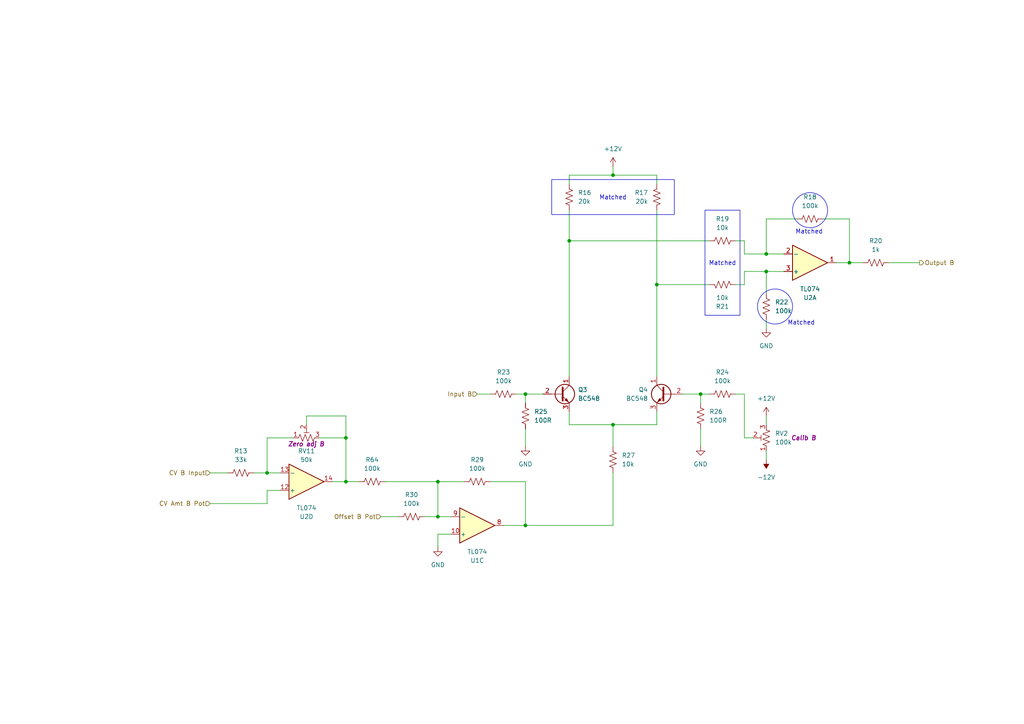
<source format=kicad_sch>
(kicad_sch (version 20250114) (generator "eeschema") (generator_version "9.0")
  (paper "A4")
  (title_block (company "DMH Instruments") (comment 1 "PCB for 5 cm Kosmo format synthesizer module"))
  (lib_symbols
    (symbol "Amplifier_Operational:TL074" (pin_names (offset 0.127))
      (property "Reference" "U" (at 0 5.08 0))
      (property "Value" "TL074" (at 0 -5.08 0))
      (symbol "TL074_1_1"
        (polyline (pts (xy -5.08 5.08) (xy 5.08 0) (xy -5.08 -5.08) (xy -5.08 5.08)) (stroke (width 0.254)) (fill (type background)))
        (pin input line (at -7.62 2.54 0) (length 2.54) (name "+") (number "3"))
        (pin input line (at -7.62 -2.54 0) (length 2.54) (name "-") (number "2"))
        (pin output line (at 7.62 0 180) (length 2.54) (name "~") (number "1"))
      )
      (symbol "TL074_2_1"
        (polyline (pts (xy -5.08 5.08) (xy 5.08 0) (xy -5.08 -5.08) (xy -5.08 5.08)) (stroke (width 0.254)) (fill (type background)))
        (pin input line (at -7.62 2.54 0) (length 2.54) (name "+") (number "5"))
        (pin input line (at -7.62 -2.54 0) (length 2.54) (name "-") (number "6"))
        (pin output line (at 7.62 0 180) (length 2.54) (name "~") (number "7"))
      )
      (symbol "TL074_3_1"
        (polyline (pts (xy -5.08 5.08) (xy 5.08 0) (xy -5.08 -5.08) (xy -5.08 5.08)) (stroke (width 0.254)) (fill (type background)))
        (pin input line (at -7.62 2.54 0) (length 2.54) (name "+") (number "10"))
        (pin input line (at -7.62 -2.54 0) (length 2.54) (name "-") (number "9"))
        (pin output line (at 7.62 0 180) (length 2.54) (name "~") (number "8"))
      )
      (symbol "TL074_4_1"
        (polyline (pts (xy -5.08 5.08) (xy 5.08 0) (xy -5.08 -5.08) (xy -5.08 5.08)) (stroke (width 0.254)) (fill (type background)))
        (pin input line (at -7.62 2.54 0) (length 2.54) (name "+") (number "12"))
        (pin input line (at -7.62 -2.54 0) (length 2.54) (name "-") (number "13"))
        (pin output line (at 7.62 0 180) (length 2.54) (name "~") (number "14"))
      )
      (symbol "TL074_5_1"
        (pin power_in line (at -2.54 7.62 270) (length 3.81) (name "V+") (number "4"))
        (pin power_in line (at -2.54 -7.62 90) (length 3.81) (name "V-") (number "11"))
      )
    )
    (symbol "Device:R_Potentiometer_Trim_US" (pin_names (offset 1.016) (hide yes))
      (property "Reference" "RV" (at -4.445 0 90))
      (property "Value" "R_Potentiometer_Trim_US" (at -2.54 0 90))
      (symbol "R_Potentiometer_Trim_US_0_1"
        (polyline (pts (xy 0 2.286) (xy 0 2.54)))
        (polyline (pts (xy 0 2.286) (xy 1.016 1.905) (xy 0 1.524) (xy -1.016 1.143) (xy 0 0.762)))
        (polyline (pts (xy 0 0.762) (xy 1.016 0.381) (xy 0 0) (xy -1.016 -0.381) (xy 0 -0.762)))
        (polyline (pts (xy 0 -0.762) (xy 1.016 -1.143) (xy 0 -1.524) (xy -1.016 -1.905) (xy 0 -2.286)))
        (polyline (pts (xy 0 -2.286) (xy 0 -2.54)))
        (polyline (pts (xy 1.524 0.762) (xy 1.524 -0.762)))
        (polyline (pts (xy 2.54 0) (xy 1.524 0)))
      )
      (symbol "R_Potentiometer_Trim_US_1_1"
        (pin passive line (at 0 3.81 270) (length 1.27) (name "1") (number "1"))
        (pin passive line (at 0 -3.81 90) (length 1.27) (name "3") (number "3"))
        (pin passive line (at 3.81 0 180) (length 1.27) (name "2") (number "2"))
      )
    )
    (symbol "Device:R_US" (pin_numbers (hide yes)) (pin_names (offset 0))
      (property "Reference" "R" (at 2.54 0 90))
      (property "Value" "R_US" (at -2.54 0 90))
      (symbol "R_US_0_1"
        (polyline (pts (xy 0 2.286) (xy 0 2.54)))
        (polyline (pts (xy 0 2.286) (xy 1.016 1.905) (xy 0 1.524) (xy -1.016 1.143) (xy 0 0.762)))
        (polyline (pts (xy 0 0.762) (xy 1.016 0.381) (xy 0 0) (xy -1.016 -0.381) (xy 0 -0.762)))
        (polyline (pts (xy 0 -0.762) (xy 1.016 -1.143) (xy 0 -1.524) (xy -1.016 -1.905) (xy 0 -2.286)))
        (polyline (pts (xy 0 -2.286) (xy 0 -2.54)))
      )
      (symbol "R_US_1_1"
        (pin passive line (at 0 3.81 270) (length 1.27) (name "~") (number "1"))
        (pin passive line (at 0 -3.81 90) (length 1.27) (name "~") (number "2"))
      )
    )
    (symbol "Transistor_BJT:BC548" (pin_names (offset 0) (hide yes))
      (property "Reference" "Q" (at 5.08 1.905 0))
      (property "Value" "BC548" (at 5.08 0 0))
      (symbol "BC548_0_1"
        (polyline (pts (xy -2.54 0) (xy 0.635 0)))
        (polyline (pts (xy 0.635 1.905) (xy 0.635 -1.905)) (stroke (width 0.508)))
        (circle (center 1.27 0) (radius 2.8194) (stroke (width 0.254)))
      )
      (symbol "BC548_1_1"
        (polyline (pts (xy 0.635 0.635) (xy 2.54 2.54)))
        (polyline (pts (xy 0.635 -0.635) (xy 2.54 -2.54)))
        (polyline (pts (xy 1.27 -1.778) (xy 1.778 -1.27) (xy 2.286 -2.286) (xy 1.27 -1.778)) (fill (type outline)))
        (pin input line (at -5.08 0 0) (length 2.54) (name "B") (number "2"))
        (pin passive line (at 2.54 5.08 270) (length 2.54) (name "C") (number "1"))
        (pin passive line (at 2.54 -5.08 90) (length 2.54) (name "E") (number "3"))
      )
    )
    (symbol "power:+12V" (power) (pin_numbers (hide yes)) (pin_names (offset 0) (hide yes))
      (property "Value" "+12V" (at 0 3.556 0))
      (symbol "+12V_0_1"
        (polyline (pts (xy -0.762 1.27) (xy 0 2.54)))
        (polyline (pts (xy 0 2.54) (xy 0.762 1.27)))
        (polyline (pts (xy 0 0) (xy 0 2.54)))
      )
      (symbol "+12V_1_1"
        (pin power_in line (at 0 0 90) (length 0) (name "~") (number "1"))
      )
    )
    (symbol "power:-12V" (power) (pin_numbers (hide yes)) (pin_names (offset 0) (hide yes))
      (property "Value" "-12V" (at 0 3.556 0))
      (symbol "-12V_0_0"
        (pin power_in line (at 0 0 90) (length 0) (name "~") (number "1"))
      )
      (symbol "-12V_0_1"
        (polyline (pts (xy 0 0) (xy 0 1.27) (xy 0.762 1.27) (xy 0 2.54) (xy -0.762 1.27) (xy 0 1.27)) (fill (type outline)))
      )
    )
    (symbol "power:GND" (power) (pin_numbers (hide yes)) (pin_names (offset 0) (hide yes))
      (property "Value" "GND" (at 0 -3.81 0))
      (symbol "GND_0_1"
        (polyline (pts (xy 0 0) (xy 0 -1.27) (xy 1.27 -1.27) (xy 0 -2.54) (xy -1.27 -1.27) (xy 0 -1.27)))
      )
      (symbol "GND_1_1"
        (pin power_in line (at 0 0 270) (length 0) (name "~") (number "1"))
      )
    )
  )
  (rectangle (start 204.47 60.96) (end 214.63 91.44))
  (circle (center 224.79 88.9) (radius 5.08))
  (circle (center 234.95 60.96) (radius 5.08))
  (rectangle (start 160.02 52.07) (end 195.58 62.23))
  (text "Matched" (at 232.41 93.726 0) (effects (font (size 1.27 1.27))))
  (text "Matched" (at 234.696 67.31 0) (effects (font (size 1.27 1.27))))
  (text "Matched" (at 177.8 57.404 0) (effects (font (size 1.27 1.27))))
  (text "Matched" (at 209.55 76.454 0) (effects (font (size 1.27 1.27))))
  (junction (at 152.4 114.3))
  (junction (at 100.33 127))
  (junction (at 177.8 123.19))
  (junction (at 246.38 76.2))
  (junction (at 165.1 69.85))
  (junction (at 100.33 139.7))
  (junction (at 152.4 152.4))
  (junction (at 177.8 50.8))
  (junction (at 222.25 73.66))
  (junction (at 127 149.86))
  (junction (at 77.47 137.16))
  (junction (at 222.25 78.74))
  (junction (at 127 139.7))
  (junction (at 190.5 82.55))
  (junction (at 203.2 114.3))
  (wire (pts (xy 60.96 146.05) (xy 77.47 146.05)))
  (wire (pts (xy 190.5 60.96) (xy 190.5 82.55)))
  (wire (pts (xy 77.47 127) (xy 77.47 137.16)))
  (wire (pts (xy 77.47 146.05) (xy 77.47 142.24)))
  (wire (pts (xy 215.9 78.74) (xy 222.25 78.74)))
  (wire (pts (xy 213.36 114.3) (xy 215.9 114.3)))
  (wire (pts (xy 88.9 120.65) (xy 100.33 120.65)))
  (wire (pts (xy 213.36 82.55) (xy 215.9 82.55)))
  (wire (pts (xy 100.33 139.7) (xy 96.52 139.7)))
  (wire (pts (xy 177.8 50.8) (xy 177.8 48.26)))
  (wire (pts (xy 190.5 123.19) (xy 177.8 123.19)))
  (wire (pts (xy 146.05 152.4) (xy 152.4 152.4)))
  (wire (pts (xy 177.8 123.19) (xy 177.8 129.54)))
  (wire (pts (xy 215.9 73.66) (xy 222.25 73.66)))
  (wire (pts (xy 92.71 127) (xy 100.33 127)))
  (wire (pts (xy 60.96 137.16) (xy 66.04 137.16)))
  (wire (pts (xy 222.25 92.71) (xy 222.25 95.25)))
  (wire (pts (xy 152.4 139.7) (xy 152.4 152.4)))
  (wire (pts (xy 222.25 78.74) (xy 227.33 78.74)))
  (wire (pts (xy 190.5 50.8) (xy 177.8 50.8)))
  (wire (pts (xy 246.38 63.5) (xy 246.38 76.2)))
  (wire (pts (xy 110.49 149.86) (xy 115.57 149.86)))
  (wire (pts (xy 190.5 53.34) (xy 190.5 50.8)))
  (wire (pts (xy 203.2 114.3) (xy 205.74 114.3)))
  (wire (pts (xy 222.25 73.66) (xy 227.33 73.66)))
  (wire (pts (xy 215.9 127) (xy 218.44 127)))
  (wire (pts (xy 134.62 139.7) (xy 127 139.7)))
  (wire (pts (xy 246.38 76.2) (xy 250.19 76.2)))
  (wire (pts (xy 190.5 82.55) (xy 190.5 109.22)))
  (wire (pts (xy 127 149.86) (xy 130.81 149.86)))
  (wire (pts (xy 111.76 139.7) (xy 127 139.7)))
  (wire (pts (xy 127 139.7) (xy 127 149.86)))
  (wire (pts (xy 222.25 130.81) (xy 222.25 133.35)))
  (wire (pts (xy 152.4 152.4) (xy 177.8 152.4)))
  (wire (pts (xy 73.66 137.16) (xy 77.47 137.16)))
  (wire (pts (xy 203.2 114.3) (xy 203.2 116.84)))
  (wire (pts (xy 165.1 53.34) (xy 165.1 50.8)))
  (wire (pts (xy 77.47 127) (xy 85.09 127)))
  (wire (pts (xy 100.33 139.7) (xy 104.14 139.7)))
  (wire (pts (xy 165.1 119.38) (xy 165.1 123.19)))
  (wire (pts (xy 231.14 63.5) (xy 222.25 63.5)))
  (wire (pts (xy 257.81 76.2) (xy 266.7 76.2)))
  (wire (pts (xy 177.8 152.4) (xy 177.8 137.16)))
  (wire (pts (xy 152.4 114.3) (xy 152.4 116.84)))
  (wire (pts (xy 88.9 123.19) (xy 88.9 120.65)))
  (wire (pts (xy 149.86 114.3) (xy 152.4 114.3)))
  (wire (pts (xy 238.76 63.5) (xy 246.38 63.5)))
  (wire (pts (xy 165.1 123.19) (xy 177.8 123.19)))
  (wire (pts (xy 123.19 149.86) (xy 127 149.86)))
  (wire (pts (xy 213.36 69.85) (xy 215.9 69.85)))
  (wire (pts (xy 222.25 63.5) (xy 222.25 73.66)))
  (wire (pts (xy 77.47 142.24) (xy 81.28 142.24)))
  (wire (pts (xy 203.2 124.46) (xy 203.2 129.54)))
  (wire (pts (xy 165.1 50.8) (xy 177.8 50.8)))
  (wire (pts (xy 198.12 114.3) (xy 203.2 114.3)))
  (wire (pts (xy 127 154.94) (xy 127 158.75)))
  (wire (pts (xy 130.81 154.94) (xy 127 154.94)))
  (wire (pts (xy 165.1 60.96) (xy 165.1 69.85)))
  (wire (pts (xy 242.57 76.2) (xy 246.38 76.2)))
  (wire (pts (xy 100.33 127) (xy 100.33 139.7)))
  (wire (pts (xy 152.4 124.46) (xy 152.4 129.54)))
  (wire (pts (xy 165.1 69.85) (xy 165.1 109.22)))
  (wire (pts (xy 152.4 114.3) (xy 157.48 114.3)))
  (wire (pts (xy 165.1 69.85) (xy 205.74 69.85)))
  (wire (pts (xy 138.43 114.3) (xy 142.24 114.3)))
  (wire (pts (xy 215.9 82.55) (xy 215.9 78.74)))
  (wire (pts (xy 190.5 82.55) (xy 205.74 82.55)))
  (wire (pts (xy 142.24 139.7) (xy 152.4 139.7)))
  (wire (pts (xy 215.9 114.3) (xy 215.9 127)))
  (wire (pts (xy 222.25 78.74) (xy 222.25 85.09)))
  (wire (pts (xy 190.5 119.38) (xy 190.5 123.19)))
  (wire (pts (xy 77.47 137.16) (xy 81.28 137.16)))
  (wire (pts (xy 222.25 120.65) (xy 222.25 123.19)))
  (wire (pts (xy 215.9 69.85) (xy 215.9 73.66)))
  (wire (pts (xy 100.33 120.65) (xy 100.33 127)))
  (hierarchical_label "Offset B Pot" (shape input) (at 110.49 149.86 180))
  (hierarchical_label "CV Amt B Pot" (shape input) (at 60.96 146.05 180))
  (hierarchical_label "CV B Input" (shape input) (at 60.96 137.16 180))
  (hierarchical_label "Input B" (shape input) (at 138.43 114.3 180))
  (hierarchical_label "Output B" (shape output) (at 266.7 76.2 0))
  (symbol (lib_id "power:GND") (at 203.2 129.54 0) (unit 1)
    (property "Reference" "#PWR022" (effects (hide yes)))
    (property "Value" "GND" (at 203.2 134.62 0))
    (property "Description" "Power symbol creates a global label with name \"GND\" , ground" (effects (hide yes)))
  )
  (symbol (lib_id "power:GND") (at 152.4 129.54 0) (unit 1)
    (property "Reference" "#PWR021" (effects (hide yes)))
    (property "Value" "GND" (at 152.4 134.62 0))
    (property "Description" "Power symbol creates a global label with name \"GND\" , ground" (effects (hide yes)))
  )
  (symbol (lib_id "Device:R_US") (at 234.95 63.5 270) (unit 1)
    (property "Reference" "R18" (at 234.95 57.15 90))
    (property "Value" "100k" (at 234.95 59.69 90))
    (property "Footprint" "Resistor_THT:R_Axial_DIN0207_L6.3mm_D2.5mm_P2.54mm_Vertical" (effects (hide yes)))
    (property "Description" "Resistor, US symbol" (effects (hide yes)))
  )
  (symbol (lib_id "Device:R_US") (at 203.2 120.65 180) (unit 1)
    (property "Reference" "R26" (at 205.74 119.3799 0) (effects (justify right)))
    (property "Value" "100R" (at 205.74 121.9199 0) (effects (justify right)))
    (property "Footprint" "Resistor_THT:R_Axial_DIN0207_L6.3mm_D2.5mm_P2.54mm_Vertical" (effects (hide yes)))
    (property "Description" "Resistor, US symbol" (effects (hide yes)))
  )
  (symbol (lib_id "Device:R_US") (at 107.95 139.7 90) (unit 1)
    (property "Reference" "R64" (at 107.95 133.35 90))
    (property "Value" "100k" (at 107.95 135.89 90))
    (property "Footprint" "Resistor_THT:R_Axial_DIN0207_L6.3mm_D2.5mm_P2.54mm_Vertical" (effects (hide yes)))
    (property "Description" "Resistor, US symbol" (effects (hide yes)))
  )
  (symbol (lib_id "power:+12V") (at 222.25 120.65 0) (unit 1)
    (property "Reference" "#PWR020" (effects (hide yes)))
    (property "Value" "+12V" (at 222.25 115.57 0))
    (property "Description" "Power symbol creates a global label with name \"+12V\"" (effects (hide yes)))
  )
  (symbol (lib_id "Device:R_US") (at 254 76.2 270) (unit 1)
    (property "Reference" "R20" (at 254 69.85 90))
    (property "Value" "1k" (at 254 72.39 90))
    (property "Footprint" "Resistor_THT:R_Axial_DIN0207_L6.3mm_D2.5mm_P2.54mm_Vertical" (effects (hide yes)))
    (property "Description" "Resistor, US symbol" (effects (hide yes)))
  )
  (symbol (lib_id "Amplifier_Operational:TL074") (at 234.95 76.2 0) (mirror x) (unit 1)
    (property "Reference" "U2" (at 234.95 86.36 0))
    (property "Value" "TL074" (at 234.95 83.82 0))
    (property "Footprint" "Package_DIP:DIP-14_W7.62mm_Socket" (effects (hide yes)))
    (property "Datasheet" "http://www.ti.com/lit/ds/symlink/tl071.pdf" (effects (hide yes)))
    (property "Description" "Quad Low-Noise JFET-Input Operational Amplifiers, DIP-14/SOIC-14" (effects (hide yes)))
  )
  (symbol (lib_id "Device:R_US") (at 69.85 137.16 90) (unit 1)
    (property "Reference" "R13" (at 69.85 130.81 90))
    (property "Value" "33k" (at 69.85 133.35 90))
    (property "Footprint" "Resistor_THT:R_Axial_DIN0207_L6.3mm_D2.5mm_P2.54mm_Vertical" (effects (hide yes)))
    (property "Description" "Resistor, US symbol" (effects (hide yes)))
  )
  (symbol (lib_id "Amplifier_Operational:TL074") (at 138.43 152.4 0) (mirror x) (unit 3)
    (property "Reference" "U1" (at 138.43 162.56 0))
    (property "Value" "TL074" (at 138.43 160.02 0))
    (property "Footprint" "Package_DIP:DIP-14_W7.62mm_Socket" (effects (hide yes)))
    (property "Datasheet" "http://www.ti.com/lit/ds/symlink/tl071.pdf" (effects (hide yes)))
    (property "Description" "Quad Low-Noise JFET-Input Operational Amplifiers, DIP-14/SOIC-14" (effects (hide yes)))
  )
  (symbol (lib_id "Device:R_US") (at 152.4 120.65 180) (unit 1)
    (property "Reference" "R25" (at 154.94 119.3799 0) (effects (justify right)))
    (property "Value" "100R" (at 154.94 121.9199 0) (effects (justify right)))
    (property "Footprint" "Resistor_THT:R_Axial_DIN0207_L6.3mm_D2.5mm_P2.54mm_Vertical" (effects (hide yes)))
    (property "Description" "Resistor, US symbol" (effects (hide yes)))
  )
  (symbol (lib_id "Transistor_BJT:BC548") (at 162.56 114.3 0) (unit 1)
    (property "Reference" "Q3" (at 167.64 113.0299 0) (effects (justify left)))
    (property "Value" "BC548" (at 167.64 115.5699 0) (effects (justify left)))
    (property "Footprint" "Package_TO_SOT_THT:TO-92L_Inline_Wide" (effects (hide yes)))
    (property "Datasheet" "https://www.onsemi.com/pub/Collateral/BC550-D.pdf" (effects (hide yes)))
    (property "Description" "0.1A Ic, 30V Vce, Small Signal NPN Transistor, TO-92" (effects (hide yes)))
  )
  (symbol (lib_id "Device:R_US") (at 209.55 82.55 270) (mirror x) (unit 1)
    (property "Reference" "R21" (at 209.55 88.9 90))
    (property "Value" "10k" (at 209.55 86.36 90))
    (property "Footprint" "Resistor_THT:R_Axial_DIN0207_L6.3mm_D2.5mm_P2.54mm_Vertical" (effects (hide yes)))
    (property "Description" "Resistor, US symbol" (effects (hide yes)))
  )
  (symbol (lib_id "power:+12V") (at 177.8 48.26 0) (unit 1)
    (property "Reference" "#PWR012" (effects (hide yes)))
    (property "Value" "+12V" (at 177.8 43.18 0))
    (property "Description" "Power symbol creates a global label with name \"+12V\"" (effects (hide yes)))
  )
  (symbol (lib_id "Device:R_US") (at 146.05 114.3 270) (unit 1)
    (property "Reference" "R23" (at 146.05 107.95 90))
    (property "Value" "100k" (at 146.05 110.49 90))
    (property "Footprint" "Resistor_THT:R_Axial_DIN0207_L6.3mm_D2.5mm_P2.54mm_Vertical" (effects (hide yes)))
    (property "Description" "Resistor, US symbol" (effects (hide yes)))
  )
  (symbol (lib_id "Device:R_Potentiometer_Trim_US") (at 222.25 127 180) (unit 1)
    (property "Reference" "RV2" (at 224.79 125.7299 0) (effects (justify right)))
    (property "Value" "100k" (at 224.79 128.2699 0) (effects (justify right)))
    (property "Footprint" "Potentiometer_THT:Potentiometer_Bourns_3296W_Vertical" (effects (hide yes)))
    (property "Description" "Trim-potentiometer, US symbol" (effects (hide yes)))
    (property "Function" "Calib B" (at 233.172 127 0) (effects (font (thickness 0.254) (bold yes) (italic yes))))
  )
  (symbol (lib_id "Device:R_US") (at 165.1 57.15 180) (unit 1)
    (property "Reference" "R16" (at 167.64 55.8799 0) (effects (justify right)))
    (property "Value" "20k" (at 167.64 58.4199 0) (effects (justify right)))
    (property "Footprint" "Resistor_THT:R_Axial_DIN0207_L6.3mm_D2.5mm_P2.54mm_Vertical" (effects (hide yes)))
    (property "Description" "Resistor, US symbol" (effects (hide yes)))
  )
  (symbol (lib_id "Device:R_Potentiometer_Trim_US") (at 88.9 127 90) (unit 1)
    (property "Reference" "RV11" (at 88.9 130.81 90))
    (property "Value" "50k" (at 88.9 133.35 90))
    (property "Footprint" "Potentiometer_THT:Potentiometer_Bourns_3296W_Vertical" (effects (hide yes)))
    (property "Description" "Trim-potentiometer, US symbol" (effects (hide yes)))
    (property "Function" "Zero adj B" (at 88.9 128.778 90) (effects (font (thickness 0.254) (bold yes) (italic yes))))
  )
  (symbol (lib_id "Amplifier_Operational:TL074") (at 88.9 139.7 0) (mirror x) (unit 4)
    (property "Reference" "U2" (at 88.9 149.86 0))
    (property "Value" "TL074" (at 88.9 147.32 0))
    (property "Footprint" "Package_DIP:DIP-14_W7.62mm_Socket" (effects (hide yes)))
    (property "Datasheet" "http://www.ti.com/lit/ds/symlink/tl071.pdf" (effects (hide yes)))
    (property "Description" "Quad Low-Noise JFET-Input Operational Amplifiers, DIP-14/SOIC-14" (effects (hide yes)))
  )
  (symbol (lib_id "Device:R_US") (at 209.55 114.3 270) (unit 1)
    (property "Reference" "R24" (at 209.55 107.95 90))
    (property "Value" "100k" (at 209.55 110.49 90))
    (property "Footprint" "Resistor_THT:R_Axial_DIN0207_L6.3mm_D2.5mm_P2.54mm_Vertical" (effects (hide yes)))
    (property "Description" "Resistor, US symbol" (effects (hide yes)))
  )
  (symbol (lib_id "Device:R_US") (at 209.55 69.85 270) (unit 1)
    (property "Reference" "R19" (at 209.55 63.5 90))
    (property "Value" "10k" (at 209.55 66.04 90))
    (property "Footprint" "Resistor_THT:R_Axial_DIN0207_L6.3mm_D2.5mm_P2.54mm_Vertical" (effects (hide yes)))
    (property "Description" "Resistor, US symbol" (effects (hide yes)))
  )
  (symbol (lib_id "Device:R_US") (at 138.43 139.7 90) (unit 1)
    (property "Reference" "R29" (at 138.43 133.35 90))
    (property "Value" "100k" (at 138.43 135.89 90))
    (property "Footprint" "Resistor_THT:R_Axial_DIN0207_L6.3mm_D2.5mm_P2.54mm_Vertical" (effects (hide yes)))
    (property "Description" "Resistor, US symbol" (effects (hide yes)))
  )
  (symbol (lib_id "Device:R_US") (at 222.25 88.9 0) (unit 1)
    (property "Reference" "R22" (at 224.79 87.6299 0) (effects (justify left)))
    (property "Value" "100k" (at 224.79 90.1699 0) (effects (justify left)))
    (property "Footprint" "Resistor_THT:R_Axial_DIN0207_L6.3mm_D2.5mm_P2.54mm_Vertical" (effects (hide yes)))
    (property "Description" "Resistor, US symbol" (effects (hide yes)))
  )
  (symbol (lib_id "power:GND") (at 127 158.75 0) (unit 1)
    (property "Reference" "#PWR024" (effects (hide yes)))
    (property "Value" "GND" (at 127 163.83 0))
    (property "Description" "Power symbol creates a global label with name \"GND\" , ground" (effects (hide yes)))
  )
  (symbol (lib_id "Device:R_US") (at 119.38 149.86 90) (unit 1)
    (property "Reference" "R30" (at 119.38 143.51 90))
    (property "Value" "100k" (at 119.38 146.05 90))
    (property "Footprint" "Resistor_THT:R_Axial_DIN0207_L6.3mm_D2.5mm_P2.54mm_Vertical" (effects (hide yes)))
    (property "Description" "Resistor, US symbol" (effects (hide yes)))
  )
  (symbol (lib_id "Transistor_BJT:BC548") (at 193.04 114.3 0) (mirror y) (unit 1)
    (property "Reference" "Q4" (at 187.96 113.0299 0) (effects (justify left)))
    (property "Value" "BC548" (at 187.96 115.5699 0) (effects (justify left)))
    (property "Footprint" "Package_TO_SOT_THT:TO-92L_Inline_Wide" (effects (hide yes)))
    (property "Datasheet" "https://www.onsemi.com/pub/Collateral/BC550-D.pdf" (effects (hide yes)))
    (property "Description" "0.1A Ic, 30V Vce, Small Signal NPN Transistor, TO-92" (effects (hide yes)))
  )
  (symbol (lib_id "power:-12V") (at 222.25 133.35 180) (unit 1)
    (property "Reference" "#PWR023" (effects (hide yes)))
    (property "Value" "-12V" (at 222.25 138.43 0))
    (property "Description" "Power symbol creates a global label with name \"-12V\"" (effects (hide yes)))
  )
  (symbol (lib_id "Device:R_US") (at 190.5 57.15 0) (mirror x) (unit 1)
    (property "Reference" "R17" (at 187.96 55.8799 0) (effects (justify right)))
    (property "Value" "20k" (at 187.96 58.4199 0) (effects (justify right)))
    (property "Footprint" "Resistor_THT:R_Axial_DIN0207_L6.3mm_D2.5mm_P2.54mm_Vertical" (effects (hide yes)))
    (property "Description" "Resistor, US symbol" (effects (hide yes)))
  )
  (symbol (lib_id "power:GND") (at 222.25 95.25 0) (unit 1)
    (property "Reference" "#PWR019" (effects (hide yes)))
    (property "Value" "GND" (at 222.25 100.33 0))
    (property "Description" "Power symbol creates a global label with name \"GND\" , ground" (effects (hide yes)))
  )
  (symbol (lib_id "Device:R_US") (at 177.8 133.35 180) (unit 1)
    (property "Reference" "R27" (at 180.34 132.0799 0) (effects (justify right)))
    (property "Value" "10k" (at 180.34 134.6199 0) (effects (justify right)))
    (property "Footprint" "Resistor_THT:R_Axial_DIN0207_L6.3mm_D2.5mm_P2.54mm_Vertical" (effects (hide yes)))
    (property "Description" "Resistor, US symbol" (effects (hide yes)))
  )
)
</source>
